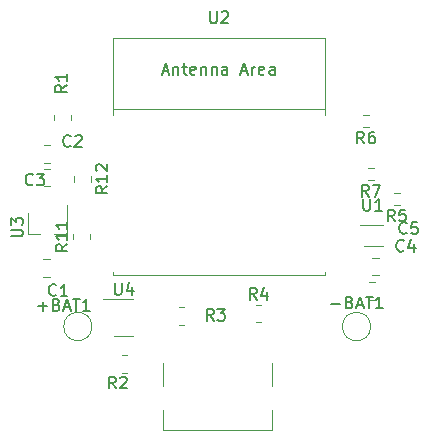
<source format=gbr>
%TF.GenerationSoftware,KiCad,Pcbnew,7.0.2*%
%TF.CreationDate,2023-11-25T23:14:47+00:00*%
%TF.ProjectId,simpleclick,73696d70-6c65-4636-9c69-636b2e6b6963,rev?*%
%TF.SameCoordinates,Original*%
%TF.FileFunction,Legend,Top*%
%TF.FilePolarity,Positive*%
%FSLAX46Y46*%
G04 Gerber Fmt 4.6, Leading zero omitted, Abs format (unit mm)*
G04 Created by KiCad (PCBNEW 7.0.2) date 2023-11-25 23:14:47*
%MOMM*%
%LPD*%
G01*
G04 APERTURE LIST*
%ADD10C,0.150000*%
%ADD11C,0.120000*%
G04 APERTURE END LIST*
D10*
%TO.C,R7*%
X132420833Y-79792619D02*
X132087500Y-79316428D01*
X131849405Y-79792619D02*
X131849405Y-78792619D01*
X131849405Y-78792619D02*
X132230357Y-78792619D01*
X132230357Y-78792619D02*
X132325595Y-78840238D01*
X132325595Y-78840238D02*
X132373214Y-78887857D01*
X132373214Y-78887857D02*
X132420833Y-78983095D01*
X132420833Y-78983095D02*
X132420833Y-79125952D01*
X132420833Y-79125952D02*
X132373214Y-79221190D01*
X132373214Y-79221190D02*
X132325595Y-79268809D01*
X132325595Y-79268809D02*
X132230357Y-79316428D01*
X132230357Y-79316428D02*
X131849405Y-79316428D01*
X132754167Y-78792619D02*
X133420833Y-78792619D01*
X133420833Y-78792619D02*
X132992262Y-79792619D01*
%TO.C,R6*%
X132033333Y-75292619D02*
X131700000Y-74816428D01*
X131461905Y-75292619D02*
X131461905Y-74292619D01*
X131461905Y-74292619D02*
X131842857Y-74292619D01*
X131842857Y-74292619D02*
X131938095Y-74340238D01*
X131938095Y-74340238D02*
X131985714Y-74387857D01*
X131985714Y-74387857D02*
X132033333Y-74483095D01*
X132033333Y-74483095D02*
X132033333Y-74625952D01*
X132033333Y-74625952D02*
X131985714Y-74721190D01*
X131985714Y-74721190D02*
X131938095Y-74768809D01*
X131938095Y-74768809D02*
X131842857Y-74816428D01*
X131842857Y-74816428D02*
X131461905Y-74816428D01*
X132890476Y-74292619D02*
X132700000Y-74292619D01*
X132700000Y-74292619D02*
X132604762Y-74340238D01*
X132604762Y-74340238D02*
X132557143Y-74387857D01*
X132557143Y-74387857D02*
X132461905Y-74530714D01*
X132461905Y-74530714D02*
X132414286Y-74721190D01*
X132414286Y-74721190D02*
X132414286Y-75102142D01*
X132414286Y-75102142D02*
X132461905Y-75197380D01*
X132461905Y-75197380D02*
X132509524Y-75245000D01*
X132509524Y-75245000D02*
X132604762Y-75292619D01*
X132604762Y-75292619D02*
X132795238Y-75292619D01*
X132795238Y-75292619D02*
X132890476Y-75245000D01*
X132890476Y-75245000D02*
X132938095Y-75197380D01*
X132938095Y-75197380D02*
X132985714Y-75102142D01*
X132985714Y-75102142D02*
X132985714Y-74864047D01*
X132985714Y-74864047D02*
X132938095Y-74768809D01*
X132938095Y-74768809D02*
X132890476Y-74721190D01*
X132890476Y-74721190D02*
X132795238Y-74673571D01*
X132795238Y-74673571D02*
X132604762Y-74673571D01*
X132604762Y-74673571D02*
X132509524Y-74721190D01*
X132509524Y-74721190D02*
X132461905Y-74768809D01*
X132461905Y-74768809D02*
X132414286Y-74864047D01*
%TO.C,R5*%
X134633333Y-81892619D02*
X134300000Y-81416428D01*
X134061905Y-81892619D02*
X134061905Y-80892619D01*
X134061905Y-80892619D02*
X134442857Y-80892619D01*
X134442857Y-80892619D02*
X134538095Y-80940238D01*
X134538095Y-80940238D02*
X134585714Y-80987857D01*
X134585714Y-80987857D02*
X134633333Y-81083095D01*
X134633333Y-81083095D02*
X134633333Y-81225952D01*
X134633333Y-81225952D02*
X134585714Y-81321190D01*
X134585714Y-81321190D02*
X134538095Y-81368809D01*
X134538095Y-81368809D02*
X134442857Y-81416428D01*
X134442857Y-81416428D02*
X134061905Y-81416428D01*
X135538095Y-80892619D02*
X135061905Y-80892619D01*
X135061905Y-80892619D02*
X135014286Y-81368809D01*
X135014286Y-81368809D02*
X135061905Y-81321190D01*
X135061905Y-81321190D02*
X135157143Y-81273571D01*
X135157143Y-81273571D02*
X135395238Y-81273571D01*
X135395238Y-81273571D02*
X135490476Y-81321190D01*
X135490476Y-81321190D02*
X135538095Y-81368809D01*
X135538095Y-81368809D02*
X135585714Y-81464047D01*
X135585714Y-81464047D02*
X135585714Y-81702142D01*
X135585714Y-81702142D02*
X135538095Y-81797380D01*
X135538095Y-81797380D02*
X135490476Y-81845000D01*
X135490476Y-81845000D02*
X135395238Y-81892619D01*
X135395238Y-81892619D02*
X135157143Y-81892619D01*
X135157143Y-81892619D02*
X135061905Y-81845000D01*
X135061905Y-81845000D02*
X135014286Y-81797380D01*
%TO.C,C2*%
X107183333Y-75502380D02*
X107135714Y-75550000D01*
X107135714Y-75550000D02*
X106992857Y-75597619D01*
X106992857Y-75597619D02*
X106897619Y-75597619D01*
X106897619Y-75597619D02*
X106754762Y-75550000D01*
X106754762Y-75550000D02*
X106659524Y-75454761D01*
X106659524Y-75454761D02*
X106611905Y-75359523D01*
X106611905Y-75359523D02*
X106564286Y-75169047D01*
X106564286Y-75169047D02*
X106564286Y-75026190D01*
X106564286Y-75026190D02*
X106611905Y-74835714D01*
X106611905Y-74835714D02*
X106659524Y-74740476D01*
X106659524Y-74740476D02*
X106754762Y-74645238D01*
X106754762Y-74645238D02*
X106897619Y-74597619D01*
X106897619Y-74597619D02*
X106992857Y-74597619D01*
X106992857Y-74597619D02*
X107135714Y-74645238D01*
X107135714Y-74645238D02*
X107183333Y-74692857D01*
X107564286Y-74692857D02*
X107611905Y-74645238D01*
X107611905Y-74645238D02*
X107707143Y-74597619D01*
X107707143Y-74597619D02*
X107945238Y-74597619D01*
X107945238Y-74597619D02*
X108040476Y-74645238D01*
X108040476Y-74645238D02*
X108088095Y-74692857D01*
X108088095Y-74692857D02*
X108135714Y-74788095D01*
X108135714Y-74788095D02*
X108135714Y-74883333D01*
X108135714Y-74883333D02*
X108088095Y-75026190D01*
X108088095Y-75026190D02*
X107516667Y-75597619D01*
X107516667Y-75597619D02*
X108135714Y-75597619D01*
%TO.C,C4*%
X135397333Y-84361380D02*
X135349714Y-84409000D01*
X135349714Y-84409000D02*
X135206857Y-84456619D01*
X135206857Y-84456619D02*
X135111619Y-84456619D01*
X135111619Y-84456619D02*
X134968762Y-84409000D01*
X134968762Y-84409000D02*
X134873524Y-84313761D01*
X134873524Y-84313761D02*
X134825905Y-84218523D01*
X134825905Y-84218523D02*
X134778286Y-84028047D01*
X134778286Y-84028047D02*
X134778286Y-83885190D01*
X134778286Y-83885190D02*
X134825905Y-83694714D01*
X134825905Y-83694714D02*
X134873524Y-83599476D01*
X134873524Y-83599476D02*
X134968762Y-83504238D01*
X134968762Y-83504238D02*
X135111619Y-83456619D01*
X135111619Y-83456619D02*
X135206857Y-83456619D01*
X135206857Y-83456619D02*
X135349714Y-83504238D01*
X135349714Y-83504238D02*
X135397333Y-83551857D01*
X136254476Y-83789952D02*
X136254476Y-84456619D01*
X136016381Y-83409000D02*
X135778286Y-84123285D01*
X135778286Y-84123285D02*
X136397333Y-84123285D01*
%TO.C,R2*%
X111003333Y-96042619D02*
X110670000Y-95566428D01*
X110431905Y-96042619D02*
X110431905Y-95042619D01*
X110431905Y-95042619D02*
X110812857Y-95042619D01*
X110812857Y-95042619D02*
X110908095Y-95090238D01*
X110908095Y-95090238D02*
X110955714Y-95137857D01*
X110955714Y-95137857D02*
X111003333Y-95233095D01*
X111003333Y-95233095D02*
X111003333Y-95375952D01*
X111003333Y-95375952D02*
X110955714Y-95471190D01*
X110955714Y-95471190D02*
X110908095Y-95518809D01*
X110908095Y-95518809D02*
X110812857Y-95566428D01*
X110812857Y-95566428D02*
X110431905Y-95566428D01*
X111384286Y-95137857D02*
X111431905Y-95090238D01*
X111431905Y-95090238D02*
X111527143Y-95042619D01*
X111527143Y-95042619D02*
X111765238Y-95042619D01*
X111765238Y-95042619D02*
X111860476Y-95090238D01*
X111860476Y-95090238D02*
X111908095Y-95137857D01*
X111908095Y-95137857D02*
X111955714Y-95233095D01*
X111955714Y-95233095D02*
X111955714Y-95328333D01*
X111955714Y-95328333D02*
X111908095Y-95471190D01*
X111908095Y-95471190D02*
X111336667Y-96042619D01*
X111336667Y-96042619D02*
X111955714Y-96042619D01*
%TO.C,C1*%
X105963333Y-88117380D02*
X105915714Y-88165000D01*
X105915714Y-88165000D02*
X105772857Y-88212619D01*
X105772857Y-88212619D02*
X105677619Y-88212619D01*
X105677619Y-88212619D02*
X105534762Y-88165000D01*
X105534762Y-88165000D02*
X105439524Y-88069761D01*
X105439524Y-88069761D02*
X105391905Y-87974523D01*
X105391905Y-87974523D02*
X105344286Y-87784047D01*
X105344286Y-87784047D02*
X105344286Y-87641190D01*
X105344286Y-87641190D02*
X105391905Y-87450714D01*
X105391905Y-87450714D02*
X105439524Y-87355476D01*
X105439524Y-87355476D02*
X105534762Y-87260238D01*
X105534762Y-87260238D02*
X105677619Y-87212619D01*
X105677619Y-87212619D02*
X105772857Y-87212619D01*
X105772857Y-87212619D02*
X105915714Y-87260238D01*
X105915714Y-87260238D02*
X105963333Y-87307857D01*
X106915714Y-88212619D02*
X106344286Y-88212619D01*
X106630000Y-88212619D02*
X106630000Y-87212619D01*
X106630000Y-87212619D02*
X106534762Y-87355476D01*
X106534762Y-87355476D02*
X106439524Y-87450714D01*
X106439524Y-87450714D02*
X106344286Y-87498333D01*
%TO.C,R3*%
X119293333Y-90302619D02*
X118960000Y-89826428D01*
X118721905Y-90302619D02*
X118721905Y-89302619D01*
X118721905Y-89302619D02*
X119102857Y-89302619D01*
X119102857Y-89302619D02*
X119198095Y-89350238D01*
X119198095Y-89350238D02*
X119245714Y-89397857D01*
X119245714Y-89397857D02*
X119293333Y-89493095D01*
X119293333Y-89493095D02*
X119293333Y-89635952D01*
X119293333Y-89635952D02*
X119245714Y-89731190D01*
X119245714Y-89731190D02*
X119198095Y-89778809D01*
X119198095Y-89778809D02*
X119102857Y-89826428D01*
X119102857Y-89826428D02*
X118721905Y-89826428D01*
X119626667Y-89302619D02*
X120245714Y-89302619D01*
X120245714Y-89302619D02*
X119912381Y-89683571D01*
X119912381Y-89683571D02*
X120055238Y-89683571D01*
X120055238Y-89683571D02*
X120150476Y-89731190D01*
X120150476Y-89731190D02*
X120198095Y-89778809D01*
X120198095Y-89778809D02*
X120245714Y-89874047D01*
X120245714Y-89874047D02*
X120245714Y-90112142D01*
X120245714Y-90112142D02*
X120198095Y-90207380D01*
X120198095Y-90207380D02*
X120150476Y-90255000D01*
X120150476Y-90255000D02*
X120055238Y-90302619D01*
X120055238Y-90302619D02*
X119769524Y-90302619D01*
X119769524Y-90302619D02*
X119674286Y-90255000D01*
X119674286Y-90255000D02*
X119626667Y-90207380D01*
%TO.C,-BAT1*%
X129233333Y-88883666D02*
X129995238Y-88883666D01*
X130804761Y-88740809D02*
X130947618Y-88788428D01*
X130947618Y-88788428D02*
X130995237Y-88836047D01*
X130995237Y-88836047D02*
X131042856Y-88931285D01*
X131042856Y-88931285D02*
X131042856Y-89074142D01*
X131042856Y-89074142D02*
X130995237Y-89169380D01*
X130995237Y-89169380D02*
X130947618Y-89217000D01*
X130947618Y-89217000D02*
X130852380Y-89264619D01*
X130852380Y-89264619D02*
X130471428Y-89264619D01*
X130471428Y-89264619D02*
X130471428Y-88264619D01*
X130471428Y-88264619D02*
X130804761Y-88264619D01*
X130804761Y-88264619D02*
X130899999Y-88312238D01*
X130899999Y-88312238D02*
X130947618Y-88359857D01*
X130947618Y-88359857D02*
X130995237Y-88455095D01*
X130995237Y-88455095D02*
X130995237Y-88550333D01*
X130995237Y-88550333D02*
X130947618Y-88645571D01*
X130947618Y-88645571D02*
X130899999Y-88693190D01*
X130899999Y-88693190D02*
X130804761Y-88740809D01*
X130804761Y-88740809D02*
X130471428Y-88740809D01*
X131423809Y-88978904D02*
X131899999Y-88978904D01*
X131328571Y-89264619D02*
X131661904Y-88264619D01*
X131661904Y-88264619D02*
X131995237Y-89264619D01*
X132185714Y-88264619D02*
X132757142Y-88264619D01*
X132471428Y-89264619D02*
X132471428Y-88264619D01*
X133614285Y-89264619D02*
X133042857Y-89264619D01*
X133328571Y-89264619D02*
X133328571Y-88264619D01*
X133328571Y-88264619D02*
X133233333Y-88407476D01*
X133233333Y-88407476D02*
X133138095Y-88502714D01*
X133138095Y-88502714D02*
X133042857Y-88550333D01*
%TO.C,R12*%
X110312619Y-78942857D02*
X109836428Y-79276190D01*
X110312619Y-79514285D02*
X109312619Y-79514285D01*
X109312619Y-79514285D02*
X109312619Y-79133333D01*
X109312619Y-79133333D02*
X109360238Y-79038095D01*
X109360238Y-79038095D02*
X109407857Y-78990476D01*
X109407857Y-78990476D02*
X109503095Y-78942857D01*
X109503095Y-78942857D02*
X109645952Y-78942857D01*
X109645952Y-78942857D02*
X109741190Y-78990476D01*
X109741190Y-78990476D02*
X109788809Y-79038095D01*
X109788809Y-79038095D02*
X109836428Y-79133333D01*
X109836428Y-79133333D02*
X109836428Y-79514285D01*
X110312619Y-77990476D02*
X110312619Y-78561904D01*
X110312619Y-78276190D02*
X109312619Y-78276190D01*
X109312619Y-78276190D02*
X109455476Y-78371428D01*
X109455476Y-78371428D02*
X109550714Y-78466666D01*
X109550714Y-78466666D02*
X109598333Y-78561904D01*
X109407857Y-77609523D02*
X109360238Y-77561904D01*
X109360238Y-77561904D02*
X109312619Y-77466666D01*
X109312619Y-77466666D02*
X109312619Y-77228571D01*
X109312619Y-77228571D02*
X109360238Y-77133333D01*
X109360238Y-77133333D02*
X109407857Y-77085714D01*
X109407857Y-77085714D02*
X109503095Y-77038095D01*
X109503095Y-77038095D02*
X109598333Y-77038095D01*
X109598333Y-77038095D02*
X109741190Y-77085714D01*
X109741190Y-77085714D02*
X110312619Y-77657142D01*
X110312619Y-77657142D02*
X110312619Y-77038095D01*
%TO.C,U2*%
X118988095Y-64112619D02*
X118988095Y-64922142D01*
X118988095Y-64922142D02*
X119035714Y-65017380D01*
X119035714Y-65017380D02*
X119083333Y-65065000D01*
X119083333Y-65065000D02*
X119178571Y-65112619D01*
X119178571Y-65112619D02*
X119369047Y-65112619D01*
X119369047Y-65112619D02*
X119464285Y-65065000D01*
X119464285Y-65065000D02*
X119511904Y-65017380D01*
X119511904Y-65017380D02*
X119559523Y-64922142D01*
X119559523Y-64922142D02*
X119559523Y-64112619D01*
X119988095Y-64207857D02*
X120035714Y-64160238D01*
X120035714Y-64160238D02*
X120130952Y-64112619D01*
X120130952Y-64112619D02*
X120369047Y-64112619D01*
X120369047Y-64112619D02*
X120464285Y-64160238D01*
X120464285Y-64160238D02*
X120511904Y-64207857D01*
X120511904Y-64207857D02*
X120559523Y-64303095D01*
X120559523Y-64303095D02*
X120559523Y-64398333D01*
X120559523Y-64398333D02*
X120511904Y-64541190D01*
X120511904Y-64541190D02*
X119940476Y-65112619D01*
X119940476Y-65112619D02*
X120559523Y-65112619D01*
X114988094Y-69176904D02*
X115464284Y-69176904D01*
X114892856Y-69462619D02*
X115226189Y-68462619D01*
X115226189Y-68462619D02*
X115559522Y-69462619D01*
X115892856Y-68795952D02*
X115892856Y-69462619D01*
X115892856Y-68891190D02*
X115940475Y-68843571D01*
X115940475Y-68843571D02*
X116035713Y-68795952D01*
X116035713Y-68795952D02*
X116178570Y-68795952D01*
X116178570Y-68795952D02*
X116273808Y-68843571D01*
X116273808Y-68843571D02*
X116321427Y-68938809D01*
X116321427Y-68938809D02*
X116321427Y-69462619D01*
X116654761Y-68795952D02*
X117035713Y-68795952D01*
X116797618Y-68462619D02*
X116797618Y-69319761D01*
X116797618Y-69319761D02*
X116845237Y-69415000D01*
X116845237Y-69415000D02*
X116940475Y-69462619D01*
X116940475Y-69462619D02*
X117035713Y-69462619D01*
X117749999Y-69415000D02*
X117654761Y-69462619D01*
X117654761Y-69462619D02*
X117464285Y-69462619D01*
X117464285Y-69462619D02*
X117369047Y-69415000D01*
X117369047Y-69415000D02*
X117321428Y-69319761D01*
X117321428Y-69319761D02*
X117321428Y-68938809D01*
X117321428Y-68938809D02*
X117369047Y-68843571D01*
X117369047Y-68843571D02*
X117464285Y-68795952D01*
X117464285Y-68795952D02*
X117654761Y-68795952D01*
X117654761Y-68795952D02*
X117749999Y-68843571D01*
X117749999Y-68843571D02*
X117797618Y-68938809D01*
X117797618Y-68938809D02*
X117797618Y-69034047D01*
X117797618Y-69034047D02*
X117321428Y-69129285D01*
X118226190Y-68795952D02*
X118226190Y-69462619D01*
X118226190Y-68891190D02*
X118273809Y-68843571D01*
X118273809Y-68843571D02*
X118369047Y-68795952D01*
X118369047Y-68795952D02*
X118511904Y-68795952D01*
X118511904Y-68795952D02*
X118607142Y-68843571D01*
X118607142Y-68843571D02*
X118654761Y-68938809D01*
X118654761Y-68938809D02*
X118654761Y-69462619D01*
X119130952Y-68795952D02*
X119130952Y-69462619D01*
X119130952Y-68891190D02*
X119178571Y-68843571D01*
X119178571Y-68843571D02*
X119273809Y-68795952D01*
X119273809Y-68795952D02*
X119416666Y-68795952D01*
X119416666Y-68795952D02*
X119511904Y-68843571D01*
X119511904Y-68843571D02*
X119559523Y-68938809D01*
X119559523Y-68938809D02*
X119559523Y-69462619D01*
X120464285Y-69462619D02*
X120464285Y-68938809D01*
X120464285Y-68938809D02*
X120416666Y-68843571D01*
X120416666Y-68843571D02*
X120321428Y-68795952D01*
X120321428Y-68795952D02*
X120130952Y-68795952D01*
X120130952Y-68795952D02*
X120035714Y-68843571D01*
X120464285Y-69415000D02*
X120369047Y-69462619D01*
X120369047Y-69462619D02*
X120130952Y-69462619D01*
X120130952Y-69462619D02*
X120035714Y-69415000D01*
X120035714Y-69415000D02*
X119988095Y-69319761D01*
X119988095Y-69319761D02*
X119988095Y-69224523D01*
X119988095Y-69224523D02*
X120035714Y-69129285D01*
X120035714Y-69129285D02*
X120130952Y-69081666D01*
X120130952Y-69081666D02*
X120369047Y-69081666D01*
X120369047Y-69081666D02*
X120464285Y-69034047D01*
X121654762Y-69176904D02*
X122130952Y-69176904D01*
X121559524Y-69462619D02*
X121892857Y-68462619D01*
X121892857Y-68462619D02*
X122226190Y-69462619D01*
X122559524Y-69462619D02*
X122559524Y-68795952D01*
X122559524Y-68986428D02*
X122607143Y-68891190D01*
X122607143Y-68891190D02*
X122654762Y-68843571D01*
X122654762Y-68843571D02*
X122750000Y-68795952D01*
X122750000Y-68795952D02*
X122845238Y-68795952D01*
X123559524Y-69415000D02*
X123464286Y-69462619D01*
X123464286Y-69462619D02*
X123273810Y-69462619D01*
X123273810Y-69462619D02*
X123178572Y-69415000D01*
X123178572Y-69415000D02*
X123130953Y-69319761D01*
X123130953Y-69319761D02*
X123130953Y-68938809D01*
X123130953Y-68938809D02*
X123178572Y-68843571D01*
X123178572Y-68843571D02*
X123273810Y-68795952D01*
X123273810Y-68795952D02*
X123464286Y-68795952D01*
X123464286Y-68795952D02*
X123559524Y-68843571D01*
X123559524Y-68843571D02*
X123607143Y-68938809D01*
X123607143Y-68938809D02*
X123607143Y-69034047D01*
X123607143Y-69034047D02*
X123130953Y-69129285D01*
X124464286Y-69462619D02*
X124464286Y-68938809D01*
X124464286Y-68938809D02*
X124416667Y-68843571D01*
X124416667Y-68843571D02*
X124321429Y-68795952D01*
X124321429Y-68795952D02*
X124130953Y-68795952D01*
X124130953Y-68795952D02*
X124035715Y-68843571D01*
X124464286Y-69415000D02*
X124369048Y-69462619D01*
X124369048Y-69462619D02*
X124130953Y-69462619D01*
X124130953Y-69462619D02*
X124035715Y-69415000D01*
X124035715Y-69415000D02*
X123988096Y-69319761D01*
X123988096Y-69319761D02*
X123988096Y-69224523D01*
X123988096Y-69224523D02*
X124035715Y-69129285D01*
X124035715Y-69129285D02*
X124130953Y-69081666D01*
X124130953Y-69081666D02*
X124369048Y-69081666D01*
X124369048Y-69081666D02*
X124464286Y-69034047D01*
%TO.C,U3*%
X102153619Y-83169904D02*
X102963142Y-83169904D01*
X102963142Y-83169904D02*
X103058380Y-83122285D01*
X103058380Y-83122285D02*
X103106000Y-83074666D01*
X103106000Y-83074666D02*
X103153619Y-82979428D01*
X103153619Y-82979428D02*
X103153619Y-82788952D01*
X103153619Y-82788952D02*
X103106000Y-82693714D01*
X103106000Y-82693714D02*
X103058380Y-82646095D01*
X103058380Y-82646095D02*
X102963142Y-82598476D01*
X102963142Y-82598476D02*
X102153619Y-82598476D01*
X102153619Y-82217523D02*
X102153619Y-81598476D01*
X102153619Y-81598476D02*
X102534571Y-81931809D01*
X102534571Y-81931809D02*
X102534571Y-81788952D01*
X102534571Y-81788952D02*
X102582190Y-81693714D01*
X102582190Y-81693714D02*
X102629809Y-81646095D01*
X102629809Y-81646095D02*
X102725047Y-81598476D01*
X102725047Y-81598476D02*
X102963142Y-81598476D01*
X102963142Y-81598476D02*
X103058380Y-81646095D01*
X103058380Y-81646095D02*
X103106000Y-81693714D01*
X103106000Y-81693714D02*
X103153619Y-81788952D01*
X103153619Y-81788952D02*
X103153619Y-82074666D01*
X103153619Y-82074666D02*
X103106000Y-82169904D01*
X103106000Y-82169904D02*
X103058380Y-82217523D01*
%TO.C,C3*%
X103993333Y-78763380D02*
X103945714Y-78811000D01*
X103945714Y-78811000D02*
X103802857Y-78858619D01*
X103802857Y-78858619D02*
X103707619Y-78858619D01*
X103707619Y-78858619D02*
X103564762Y-78811000D01*
X103564762Y-78811000D02*
X103469524Y-78715761D01*
X103469524Y-78715761D02*
X103421905Y-78620523D01*
X103421905Y-78620523D02*
X103374286Y-78430047D01*
X103374286Y-78430047D02*
X103374286Y-78287190D01*
X103374286Y-78287190D02*
X103421905Y-78096714D01*
X103421905Y-78096714D02*
X103469524Y-78001476D01*
X103469524Y-78001476D02*
X103564762Y-77906238D01*
X103564762Y-77906238D02*
X103707619Y-77858619D01*
X103707619Y-77858619D02*
X103802857Y-77858619D01*
X103802857Y-77858619D02*
X103945714Y-77906238D01*
X103945714Y-77906238D02*
X103993333Y-77953857D01*
X104326667Y-77858619D02*
X104945714Y-77858619D01*
X104945714Y-77858619D02*
X104612381Y-78239571D01*
X104612381Y-78239571D02*
X104755238Y-78239571D01*
X104755238Y-78239571D02*
X104850476Y-78287190D01*
X104850476Y-78287190D02*
X104898095Y-78334809D01*
X104898095Y-78334809D02*
X104945714Y-78430047D01*
X104945714Y-78430047D02*
X104945714Y-78668142D01*
X104945714Y-78668142D02*
X104898095Y-78763380D01*
X104898095Y-78763380D02*
X104850476Y-78811000D01*
X104850476Y-78811000D02*
X104755238Y-78858619D01*
X104755238Y-78858619D02*
X104469524Y-78858619D01*
X104469524Y-78858619D02*
X104374286Y-78811000D01*
X104374286Y-78811000D02*
X104326667Y-78763380D01*
%TO.C,U1*%
X131978095Y-79982619D02*
X131978095Y-80792142D01*
X131978095Y-80792142D02*
X132025714Y-80887380D01*
X132025714Y-80887380D02*
X132073333Y-80935000D01*
X132073333Y-80935000D02*
X132168571Y-80982619D01*
X132168571Y-80982619D02*
X132359047Y-80982619D01*
X132359047Y-80982619D02*
X132454285Y-80935000D01*
X132454285Y-80935000D02*
X132501904Y-80887380D01*
X132501904Y-80887380D02*
X132549523Y-80792142D01*
X132549523Y-80792142D02*
X132549523Y-79982619D01*
X133549523Y-80982619D02*
X132978095Y-80982619D01*
X133263809Y-80982619D02*
X133263809Y-79982619D01*
X133263809Y-79982619D02*
X133168571Y-80125476D01*
X133168571Y-80125476D02*
X133073333Y-80220714D01*
X133073333Y-80220714D02*
X132978095Y-80268333D01*
%TO.C,+BAT1*%
X104433333Y-89081666D02*
X105195238Y-89081666D01*
X104814285Y-89462619D02*
X104814285Y-88700714D01*
X106004761Y-88938809D02*
X106147618Y-88986428D01*
X106147618Y-88986428D02*
X106195237Y-89034047D01*
X106195237Y-89034047D02*
X106242856Y-89129285D01*
X106242856Y-89129285D02*
X106242856Y-89272142D01*
X106242856Y-89272142D02*
X106195237Y-89367380D01*
X106195237Y-89367380D02*
X106147618Y-89415000D01*
X106147618Y-89415000D02*
X106052380Y-89462619D01*
X106052380Y-89462619D02*
X105671428Y-89462619D01*
X105671428Y-89462619D02*
X105671428Y-88462619D01*
X105671428Y-88462619D02*
X106004761Y-88462619D01*
X106004761Y-88462619D02*
X106099999Y-88510238D01*
X106099999Y-88510238D02*
X106147618Y-88557857D01*
X106147618Y-88557857D02*
X106195237Y-88653095D01*
X106195237Y-88653095D02*
X106195237Y-88748333D01*
X106195237Y-88748333D02*
X106147618Y-88843571D01*
X106147618Y-88843571D02*
X106099999Y-88891190D01*
X106099999Y-88891190D02*
X106004761Y-88938809D01*
X106004761Y-88938809D02*
X105671428Y-88938809D01*
X106623809Y-89176904D02*
X107099999Y-89176904D01*
X106528571Y-89462619D02*
X106861904Y-88462619D01*
X106861904Y-88462619D02*
X107195237Y-89462619D01*
X107385714Y-88462619D02*
X107957142Y-88462619D01*
X107671428Y-89462619D02*
X107671428Y-88462619D01*
X108814285Y-89462619D02*
X108242857Y-89462619D01*
X108528571Y-89462619D02*
X108528571Y-88462619D01*
X108528571Y-88462619D02*
X108433333Y-88605476D01*
X108433333Y-88605476D02*
X108338095Y-88700714D01*
X108338095Y-88700714D02*
X108242857Y-88748333D01*
%TO.C,C5*%
X135637333Y-82873380D02*
X135589714Y-82921000D01*
X135589714Y-82921000D02*
X135446857Y-82968619D01*
X135446857Y-82968619D02*
X135351619Y-82968619D01*
X135351619Y-82968619D02*
X135208762Y-82921000D01*
X135208762Y-82921000D02*
X135113524Y-82825761D01*
X135113524Y-82825761D02*
X135065905Y-82730523D01*
X135065905Y-82730523D02*
X135018286Y-82540047D01*
X135018286Y-82540047D02*
X135018286Y-82397190D01*
X135018286Y-82397190D02*
X135065905Y-82206714D01*
X135065905Y-82206714D02*
X135113524Y-82111476D01*
X135113524Y-82111476D02*
X135208762Y-82016238D01*
X135208762Y-82016238D02*
X135351619Y-81968619D01*
X135351619Y-81968619D02*
X135446857Y-81968619D01*
X135446857Y-81968619D02*
X135589714Y-82016238D01*
X135589714Y-82016238D02*
X135637333Y-82063857D01*
X136542095Y-81968619D02*
X136065905Y-81968619D01*
X136065905Y-81968619D02*
X136018286Y-82444809D01*
X136018286Y-82444809D02*
X136065905Y-82397190D01*
X136065905Y-82397190D02*
X136161143Y-82349571D01*
X136161143Y-82349571D02*
X136399238Y-82349571D01*
X136399238Y-82349571D02*
X136494476Y-82397190D01*
X136494476Y-82397190D02*
X136542095Y-82444809D01*
X136542095Y-82444809D02*
X136589714Y-82540047D01*
X136589714Y-82540047D02*
X136589714Y-82778142D01*
X136589714Y-82778142D02*
X136542095Y-82873380D01*
X136542095Y-82873380D02*
X136494476Y-82921000D01*
X136494476Y-82921000D02*
X136399238Y-82968619D01*
X136399238Y-82968619D02*
X136161143Y-82968619D01*
X136161143Y-82968619D02*
X136065905Y-82921000D01*
X136065905Y-82921000D02*
X136018286Y-82873380D01*
%TO.C,R1*%
X106890619Y-70351666D02*
X106414428Y-70684999D01*
X106890619Y-70923094D02*
X105890619Y-70923094D01*
X105890619Y-70923094D02*
X105890619Y-70542142D01*
X105890619Y-70542142D02*
X105938238Y-70446904D01*
X105938238Y-70446904D02*
X105985857Y-70399285D01*
X105985857Y-70399285D02*
X106081095Y-70351666D01*
X106081095Y-70351666D02*
X106223952Y-70351666D01*
X106223952Y-70351666D02*
X106319190Y-70399285D01*
X106319190Y-70399285D02*
X106366809Y-70446904D01*
X106366809Y-70446904D02*
X106414428Y-70542142D01*
X106414428Y-70542142D02*
X106414428Y-70923094D01*
X106890619Y-69399285D02*
X106890619Y-69970713D01*
X106890619Y-69684999D02*
X105890619Y-69684999D01*
X105890619Y-69684999D02*
X106033476Y-69780237D01*
X106033476Y-69780237D02*
X106128714Y-69875475D01*
X106128714Y-69875475D02*
X106176333Y-69970713D01*
%TO.C,R4*%
X122933333Y-88512619D02*
X122600000Y-88036428D01*
X122361905Y-88512619D02*
X122361905Y-87512619D01*
X122361905Y-87512619D02*
X122742857Y-87512619D01*
X122742857Y-87512619D02*
X122838095Y-87560238D01*
X122838095Y-87560238D02*
X122885714Y-87607857D01*
X122885714Y-87607857D02*
X122933333Y-87703095D01*
X122933333Y-87703095D02*
X122933333Y-87845952D01*
X122933333Y-87845952D02*
X122885714Y-87941190D01*
X122885714Y-87941190D02*
X122838095Y-87988809D01*
X122838095Y-87988809D02*
X122742857Y-88036428D01*
X122742857Y-88036428D02*
X122361905Y-88036428D01*
X123790476Y-87845952D02*
X123790476Y-88512619D01*
X123552381Y-87465000D02*
X123314286Y-88179285D01*
X123314286Y-88179285D02*
X123933333Y-88179285D01*
%TO.C,R11*%
X106912619Y-83842857D02*
X106436428Y-84176190D01*
X106912619Y-84414285D02*
X105912619Y-84414285D01*
X105912619Y-84414285D02*
X105912619Y-84033333D01*
X105912619Y-84033333D02*
X105960238Y-83938095D01*
X105960238Y-83938095D02*
X106007857Y-83890476D01*
X106007857Y-83890476D02*
X106103095Y-83842857D01*
X106103095Y-83842857D02*
X106245952Y-83842857D01*
X106245952Y-83842857D02*
X106341190Y-83890476D01*
X106341190Y-83890476D02*
X106388809Y-83938095D01*
X106388809Y-83938095D02*
X106436428Y-84033333D01*
X106436428Y-84033333D02*
X106436428Y-84414285D01*
X106912619Y-82890476D02*
X106912619Y-83461904D01*
X106912619Y-83176190D02*
X105912619Y-83176190D01*
X105912619Y-83176190D02*
X106055476Y-83271428D01*
X106055476Y-83271428D02*
X106150714Y-83366666D01*
X106150714Y-83366666D02*
X106198333Y-83461904D01*
X106912619Y-81938095D02*
X106912619Y-82509523D01*
X106912619Y-82223809D02*
X105912619Y-82223809D01*
X105912619Y-82223809D02*
X106055476Y-82319047D01*
X106055476Y-82319047D02*
X106150714Y-82414285D01*
X106150714Y-82414285D02*
X106198333Y-82509523D01*
%TO.C,U4*%
X110938095Y-87105619D02*
X110938095Y-87915142D01*
X110938095Y-87915142D02*
X110985714Y-88010380D01*
X110985714Y-88010380D02*
X111033333Y-88058000D01*
X111033333Y-88058000D02*
X111128571Y-88105619D01*
X111128571Y-88105619D02*
X111319047Y-88105619D01*
X111319047Y-88105619D02*
X111414285Y-88058000D01*
X111414285Y-88058000D02*
X111461904Y-88010380D01*
X111461904Y-88010380D02*
X111509523Y-87915142D01*
X111509523Y-87915142D02*
X111509523Y-87105619D01*
X112414285Y-87438952D02*
X112414285Y-88105619D01*
X112176190Y-87058000D02*
X111938095Y-87772285D01*
X111938095Y-87772285D02*
X112557142Y-87772285D01*
D11*
%TO.C,R7*%
X132842224Y-78422500D02*
X132332776Y-78422500D01*
X132842224Y-77377500D02*
X132332776Y-77377500D01*
%TO.C,R6*%
X132454724Y-73922500D02*
X131945276Y-73922500D01*
X132454724Y-72877500D02*
X131945276Y-72877500D01*
%TO.C,R5*%
X135054724Y-80522500D02*
X134545276Y-80522500D01*
X135054724Y-79477500D02*
X134545276Y-79477500D01*
%TO.C,C2*%
X104938748Y-77465000D02*
X105461252Y-77465000D01*
X104938748Y-78935000D02*
X105461252Y-78935000D01*
%TO.C,C4*%
X132438748Y-87065000D02*
X132961252Y-87065000D01*
X132438748Y-88535000D02*
X132961252Y-88535000D01*
%TO.C,R2*%
X111532936Y-93245000D02*
X111987064Y-93245000D01*
X111532936Y-94715000D02*
X111987064Y-94715000D01*
%TO.C,C1*%
X105417252Y-86587000D02*
X104894748Y-86587000D01*
X105417252Y-85117000D02*
X104894748Y-85117000D01*
%TO.C,R3*%
X116827064Y-90635000D02*
X116372936Y-90635000D01*
X116827064Y-89165000D02*
X116372936Y-89165000D01*
%TO.C,-BAT1*%
X132600000Y-90800000D02*
G75*
G03*
X132600000Y-90800000I-1200000J0D01*
G01*
%TO.C,R12*%
X108935000Y-78072936D02*
X108935000Y-78527064D01*
X107465000Y-78072936D02*
X107465000Y-78527064D01*
%TO.C,U2*%
X110750000Y-66400000D02*
X110750000Y-72900000D01*
X110750000Y-66400000D02*
X128750000Y-66400000D01*
X110750000Y-86400000D02*
X110750000Y-86150000D01*
X128750000Y-66400000D02*
X128750000Y-72900000D01*
X128750000Y-72400000D02*
X110800000Y-72400000D01*
X128750000Y-86150000D02*
X128750000Y-86400000D01*
X128750000Y-86400000D02*
X110750000Y-86400000D01*
%TO.C,J1*%
X115054000Y-93908000D02*
X115054000Y-95828000D01*
X115054000Y-99543000D02*
X115054000Y-97838000D01*
X124214000Y-95828000D02*
X124214000Y-93908000D01*
X124214000Y-97838000D02*
X124214000Y-99543000D01*
X124214000Y-99543000D02*
X115054000Y-99543000D01*
%TO.C,U3*%
X106850000Y-80550000D02*
X106850000Y-82950000D01*
X103550000Y-81150000D02*
X103550000Y-82950000D01*
X106850000Y-82950000D02*
X105800000Y-82950000D01*
X103550000Y-82950000D02*
X104600000Y-82950000D01*
%TO.C,C3*%
X104938748Y-75465000D02*
X105461252Y-75465000D01*
X104938748Y-76935000D02*
X105461252Y-76935000D01*
%TO.C,U1*%
X132000000Y-84000000D02*
X133600000Y-84000000D01*
X133600000Y-82200000D02*
X131700000Y-82200000D01*
%TO.C,+BAT1*%
X109000000Y-90800000D02*
G75*
G03*
X109000000Y-90800000I-1200000J0D01*
G01*
%TO.C,C5*%
X132738748Y-84965000D02*
X133261252Y-84965000D01*
X132738748Y-86435000D02*
X133261252Y-86435000D01*
%TO.C,R1*%
X107235000Y-72872936D02*
X107235000Y-73327064D01*
X105765000Y-72872936D02*
X105765000Y-73327064D01*
%TO.C,R4*%
X122872936Y-88965000D02*
X123327064Y-88965000D01*
X122872936Y-90435000D02*
X123327064Y-90435000D01*
%TO.C,R11*%
X107365000Y-83427064D02*
X107365000Y-82972936D01*
X108835000Y-83427064D02*
X108835000Y-82972936D01*
%TO.C,U4*%
X111700000Y-88483000D02*
X109900000Y-88483000D01*
X111700000Y-88483000D02*
X112500000Y-88483000D01*
X111700000Y-91603000D02*
X110900000Y-91603000D01*
X111700000Y-91603000D02*
X112500000Y-91603000D01*
%TD*%
M02*

</source>
